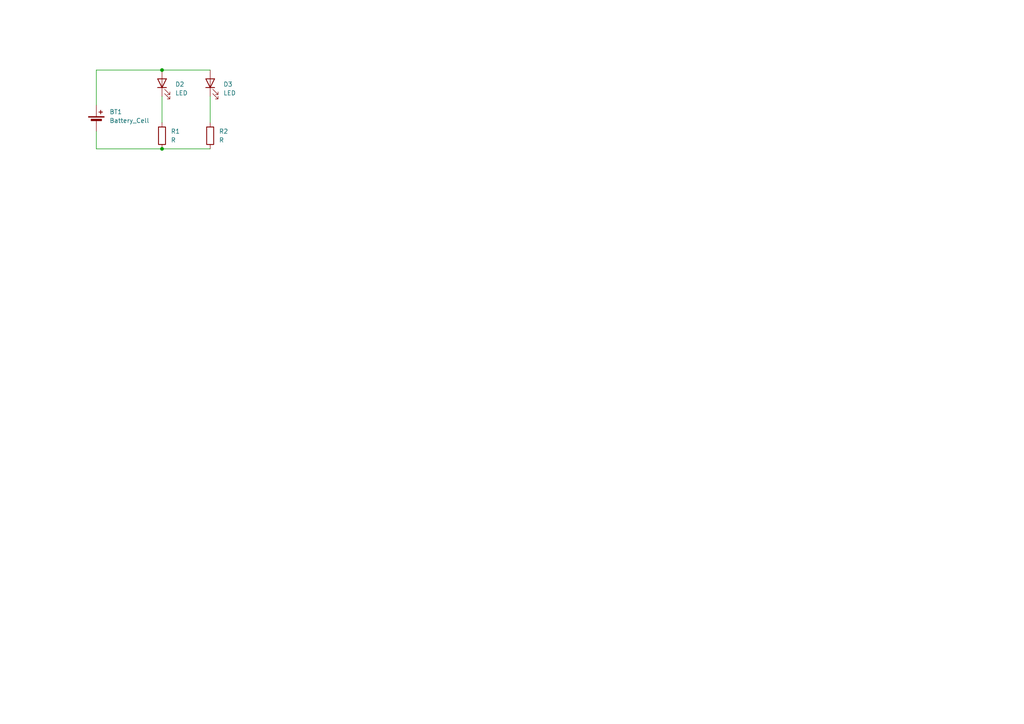
<source format=kicad_sch>
(kicad_sch (version 20250114) (generator "eeschema") (generator_version "9.0")
  (paper "A4")
  (lib_symbols
    (symbol "Device:Battery_Cell" (pin_numbers (hide yes)) (pin_names (offset 0) (hide yes))
      (property "Reference" "BT" (at 2.54 2.54 0))
      (property "Value" "Battery_Cell" (at 2.54 0 0))
      (symbol "Battery_Cell_0_1"
        (rectangle (start -2.286 1.778) (end 2.286 1.524) (fill (type outline)))
        (rectangle (start -1.524 1.016) (end 1.524 0.508) (fill (type outline)))
        (polyline (pts (xy 0 1.778) (xy 0 2.54)))
        (polyline (pts (xy 0 0.762) (xy 0 0)))
        (polyline (pts (xy 0.762 3.048) (xy 1.778 3.048)) (stroke (width 0.254)))
        (polyline (pts (xy 1.27 3.556) (xy 1.27 2.54)) (stroke (width 0.254)))
      )
      (symbol "Battery_Cell_1_1"
        (pin passive line (at 0 5.08 270) (length 2.54) (name "+") (number "1"))
        (pin passive line (at 0 -2.54 90) (length 2.54) (name "-") (number "2"))
      )
    )
    (symbol "Device:LED" (pin_numbers (hide yes)) (pin_names (offset 1.016) (hide yes))
      (property "Reference" "D" (at 0 2.54 0))
      (property "Value" "LED" (at 0 -2.54 0))
      (symbol "LED_0_1"
        (polyline (pts (xy -3.048 -0.762) (xy -4.572 -2.286) (xy -3.81 -2.286) (xy -4.572 -2.286) (xy -4.572 -1.524)))
        (polyline (pts (xy -1.778 -0.762) (xy -3.302 -2.286) (xy -2.54 -2.286) (xy -3.302 -2.286) (xy -3.302 -1.524)))
        (polyline (pts (xy -1.27 0) (xy 1.27 0)))
        (polyline (pts (xy -1.27 -1.27) (xy -1.27 1.27)) (stroke (width 0.254)))
        (polyline (pts (xy 1.27 -1.27) (xy 1.27 1.27) (xy -1.27 0) (xy 1.27 -1.27)) (stroke (width 0.254)))
      )
      (symbol "LED_1_1"
        (pin passive line (at -3.81 0 0) (length 2.54) (name "K") (number "1"))
        (pin passive line (at 3.81 0 180) (length 2.54) (name "A") (number "2"))
      )
    )
    (symbol "Device:R" (pin_numbers (hide yes)) (pin_names (offset 0))
      (property "Reference" "R" (at 2.032 0 90))
      (property "Value" "R" (at 0 0 90))
      (symbol "R_0_1"
        (rectangle (start -1.016 -2.54) (end 1.016 2.54) (stroke (width 0.254)))
      )
      (symbol "R_1_1"
        (pin passive line (at 0 3.81 270) (length 1.27) (name "~") (number "1"))
        (pin passive line (at 0 -3.81 90) (length 1.27) (name "~") (number "2"))
      )
    )
  )
  (junction (at 46.99 43.18))
  (junction (at 46.99 20.32))
  (wire (pts (xy 46.99 27.94) (xy 46.99 35.56)))
  (wire (pts (xy 27.94 20.32) (xy 46.99 20.32)))
  (wire (pts (xy 60.96 27.94) (xy 60.96 35.56)))
  (wire (pts (xy 60.96 43.18) (xy 46.99 43.18)))
  (wire (pts (xy 27.94 30.48) (xy 27.94 20.32)))
  (wire (pts (xy 46.99 20.32) (xy 60.96 20.32)))
  (wire (pts (xy 46.99 43.18) (xy 27.94 43.18)))
  (wire (pts (xy 27.94 38.1) (xy 27.94 43.18)))
  (symbol (lib_id "Device:LED") (at 60.96 24.13 90) (unit 1)
    (property "Reference" "D3" (at 64.77 24.4474 90) (effects (justify right)))
    (property "Value" "LED" (at 64.77 26.9874 90) (effects (justify right)))
    (property "Description" "Light emitting diode" (effects (hide yes)))
    (property "Sim.Pins" "1=K 2=A" (effects (hide yes)))
  )
  (symbol (lib_id "Device:Battery_Cell") (at 27.94 35.56 0) (unit 1)
    (property "Reference" "BT1" (at 31.75 32.4484 0) (effects (justify left)))
    (property "Value" "Battery_Cell" (at 31.75 34.9884 0) (effects (justify left)))
    (property "Description" "Single-cell battery" (effects (hide yes)))
  )
  (symbol (lib_id "Device:R") (at 60.96 39.37 0) (unit 1)
    (property "Reference" "R2" (at 63.5 38.0999 0) (effects (justify left)))
    (property "Value" "R" (at 63.5 40.6399 0) (effects (justify left)))
    (property "Description" "Resistor" (effects (hide yes)))
  )
  (symbol (lib_id "Device:R") (at 46.99 39.37 0) (unit 1)
    (property "Reference" "R1" (at 49.53 38.0999 0) (effects (justify left)))
    (property "Value" "R" (at 49.53 40.6399 0) (effects (justify left)))
    (property "Description" "Resistor" (effects (hide yes)))
  )
  (symbol (lib_id "Device:LED") (at 46.99 24.13 90) (unit 1)
    (property "Reference" "D2" (at 50.8 24.4474 90) (effects (justify right)))
    (property "Value" "LED" (at 50.8 26.9874 90) (effects (justify right)))
    (property "Description" "Light emitting diode" (effects (hide yes)))
    (property "Sim.Pins" "1=K 2=A" (effects (hide yes)))
  )
)
</source>
